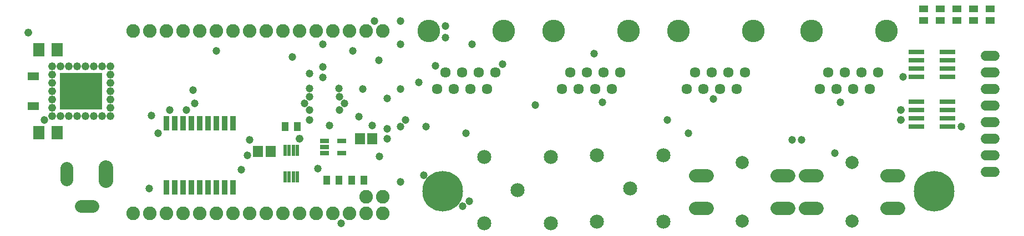
<source format=gts>
G75*
%MOIN*%
%OFA0B0*%
%FSLAX24Y24*%
%IPPOS*%
%LPD*%
%AMOC8*
5,1,8,0,0,1.08239X$1,22.5*
%
%ADD10C,0.0845*%
%ADD11C,0.0785*%
%ADD12C,0.0790*%
%ADD13R,0.0710X0.0789*%
%ADD14C,0.0634*%
%ADD15C,0.1360*%
%ADD16C,0.0780*%
%ADD17C,0.0880*%
%ADD18R,0.2521X0.2206*%
%ADD19R,0.0710X0.0474*%
%ADD20C,0.0600*%
%ADD21C,0.0820*%
%ADD22R,0.0552X0.0316*%
%ADD23R,0.0395X0.0552*%
%ADD24R,0.0592X0.0671*%
%ADD25R,0.0552X0.0395*%
%ADD26R,0.0940X0.0300*%
%ADD27R,0.0340X0.0880*%
%ADD28R,0.0200X0.0670*%
%ADD29R,0.0240X0.0670*%
%ADD30R,0.0220X0.0670*%
%ADD31C,0.0480*%
%ADD32C,0.0470*%
%ADD33C,0.0476*%
%ADD34C,0.2442*%
D10*
X028280Y002180D03*
X032280Y002180D03*
X035030Y002280D03*
X039030Y002280D03*
X037030Y004280D03*
X032280Y006180D03*
X035030Y006280D03*
X039030Y006280D03*
X030280Y004180D03*
X028280Y006180D03*
D11*
X040968Y005060D02*
X041673Y005060D01*
X045888Y005060D02*
X046593Y005060D01*
X047568Y005060D02*
X048273Y005060D01*
X052488Y005060D02*
X053193Y005060D01*
X053193Y003100D02*
X052488Y003100D01*
X048273Y003100D02*
X047568Y003100D01*
X046593Y003100D02*
X045888Y003100D01*
X041673Y003100D02*
X040968Y003100D01*
D12*
X043780Y002310D03*
X050380Y002310D03*
X050380Y005850D03*
X043780Y005850D03*
D13*
X002606Y007655D03*
X001504Y007655D03*
X001504Y012655D03*
X002606Y012655D03*
D14*
X025430Y010280D03*
X026430Y010280D03*
X027430Y010280D03*
X028430Y010280D03*
X027930Y011280D03*
X026930Y011280D03*
X025930Y011280D03*
X028930Y011280D03*
X032930Y010280D03*
X033930Y010280D03*
X034930Y010280D03*
X035930Y010280D03*
X035430Y011280D03*
X034430Y011280D03*
X033430Y011280D03*
X036430Y011280D03*
X040430Y010280D03*
X041430Y010280D03*
X042430Y010280D03*
X043430Y010280D03*
X042930Y011280D03*
X041930Y011280D03*
X040930Y011280D03*
X043930Y011280D03*
X048430Y010280D03*
X049430Y010280D03*
X050430Y010280D03*
X051430Y010280D03*
X050930Y011280D03*
X049930Y011280D03*
X048930Y011280D03*
X051930Y011280D03*
D15*
X052430Y013780D03*
X047930Y013780D03*
X044430Y013780D03*
X039930Y013780D03*
X036930Y013780D03*
X032430Y013780D03*
X029430Y013780D03*
X024930Y013780D03*
D16*
X003180Y005505D02*
X003180Y004805D01*
X004031Y003226D02*
X004731Y003226D01*
D17*
X005542Y004755D02*
X005542Y005555D01*
D18*
X004039Y010155D03*
D19*
X001165Y009257D03*
X001165Y011053D03*
D20*
X058420Y011280D02*
X058940Y011280D01*
X058940Y012280D02*
X058420Y012280D01*
X058420Y010280D02*
X058940Y010280D01*
X058940Y009280D02*
X058420Y009280D01*
X058420Y008280D02*
X058940Y008280D01*
X058940Y007280D02*
X058420Y007280D01*
X058420Y006280D02*
X058940Y006280D01*
X058940Y005280D02*
X058420Y005280D01*
D21*
X007180Y002780D03*
X008180Y002780D03*
X009180Y002780D03*
X010180Y002780D03*
X011180Y002780D03*
X012180Y002780D03*
X013180Y002780D03*
X014180Y002780D03*
X015180Y002780D03*
X016180Y002780D03*
X017180Y002780D03*
X018180Y002780D03*
X019180Y002780D03*
X020180Y002780D03*
X021180Y002780D03*
X022180Y002780D03*
X022180Y003780D03*
X021180Y003780D03*
X021180Y013780D03*
X020180Y013780D03*
X019180Y013780D03*
X018180Y013780D03*
X017180Y013780D03*
X016180Y013780D03*
X015180Y013780D03*
X014180Y013780D03*
X013180Y013780D03*
X012180Y013780D03*
X011180Y013780D03*
X010180Y013780D03*
X009180Y013780D03*
X008180Y013780D03*
X007180Y013780D03*
X022180Y013780D03*
D22*
X019694Y007154D03*
X018666Y007154D03*
X018666Y006780D03*
X018666Y006406D03*
X019694Y006406D03*
D23*
X019534Y004780D03*
X018826Y004780D03*
X020326Y004780D03*
X021034Y004780D03*
X017034Y008030D03*
X016326Y008030D03*
D24*
X020806Y007280D03*
X021554Y007280D03*
X015429Y006530D03*
X014681Y006530D03*
D25*
X054680Y014426D03*
X055680Y014426D03*
X056680Y014426D03*
X057680Y014426D03*
X058680Y014426D03*
X058680Y015134D03*
X057680Y015134D03*
X056680Y015134D03*
X055680Y015134D03*
X054680Y015134D03*
D26*
X054250Y012530D03*
X054250Y012030D03*
X054250Y011530D03*
X054250Y011030D03*
X056110Y011030D03*
X056110Y011530D03*
X056110Y012030D03*
X056110Y012530D03*
X056110Y009530D03*
X056110Y009030D03*
X056110Y008530D03*
X056110Y008030D03*
X054250Y008030D03*
X054250Y008530D03*
X054250Y009030D03*
X054250Y009530D03*
D27*
X013180Y008210D03*
X012680Y008210D03*
X012180Y008210D03*
X011680Y008210D03*
X011180Y008210D03*
X010680Y008210D03*
X010180Y008210D03*
X009680Y008210D03*
X009180Y008210D03*
X009180Y004350D03*
X009680Y004350D03*
X010180Y004350D03*
X010680Y004350D03*
X011180Y004350D03*
X011680Y004350D03*
X012180Y004350D03*
X012680Y004350D03*
X013180Y004350D03*
D28*
X016300Y004970D03*
X017060Y004970D03*
X017060Y006590D03*
X016810Y006590D03*
X016550Y006590D03*
X016300Y006590D03*
D29*
X016560Y004970D03*
D30*
X016800Y004970D03*
D31*
X005805Y008655D03*
X005305Y008655D03*
X004805Y008655D03*
X004305Y008655D03*
X003805Y008655D03*
X003305Y008655D03*
X002805Y008655D03*
X002305Y008655D03*
X002305Y009155D03*
X002305Y009655D03*
X002305Y010155D03*
X002305Y010655D03*
X002305Y011155D03*
X002305Y011655D03*
X002805Y011655D03*
X003305Y011655D03*
X003805Y011655D03*
X004305Y011655D03*
X004805Y011655D03*
X005305Y011655D03*
X005805Y011655D03*
X005805Y011155D03*
X005805Y010655D03*
X005805Y010155D03*
X005805Y009655D03*
X005805Y009155D03*
D32*
X008280Y008680D03*
X009380Y009030D03*
X010380Y009030D03*
X010880Y009430D03*
X010780Y010230D03*
X016730Y012230D03*
X018580Y011630D03*
X017780Y011230D03*
X018580Y010980D03*
X017780Y010330D03*
X017780Y009830D03*
X017480Y009430D03*
X017780Y009030D03*
X017780Y008430D03*
X018980Y008080D03*
X020730Y008630D03*
X019580Y009030D03*
X019880Y009430D03*
X019580Y009830D03*
X020980Y010280D03*
X019530Y010330D03*
X022430Y009730D03*
X023230Y010280D03*
X024330Y010680D03*
X025330Y011680D03*
X021930Y012030D03*
X020380Y012580D03*
X018580Y012980D03*
X021680Y014380D03*
X023230Y014380D03*
X025930Y014080D03*
X025930Y013380D03*
X027530Y012980D03*
X029380Y011780D03*
X034880Y012430D03*
X042030Y009680D03*
X039280Y008430D03*
X040530Y007630D03*
X035380Y009480D03*
X031330Y009330D03*
X027180Y007630D03*
X024780Y008030D03*
X023530Y008430D03*
X023230Y008030D03*
X022430Y007880D03*
X021530Y008080D03*
X022430Y007280D03*
X021980Y006230D03*
X024630Y005080D03*
X023230Y004680D03*
X027380Y003530D03*
X026980Y003230D03*
X019680Y002180D03*
X013680Y005430D03*
X014030Y006280D03*
X014180Y007230D03*
X018280Y005480D03*
X008680Y007630D03*
X001830Y008430D03*
X008130Y004280D03*
X012180Y012580D03*
X023230Y012980D03*
X046780Y007230D03*
X047330Y007230D03*
X049330Y006430D03*
X056930Y008030D03*
X049680Y009480D03*
X053430Y011030D03*
D33*
X053305Y009030D03*
X053305Y008405D03*
X017180Y007280D03*
X000880Y013680D03*
D34*
X025771Y004119D03*
X055298Y004119D03*
M02*

</source>
